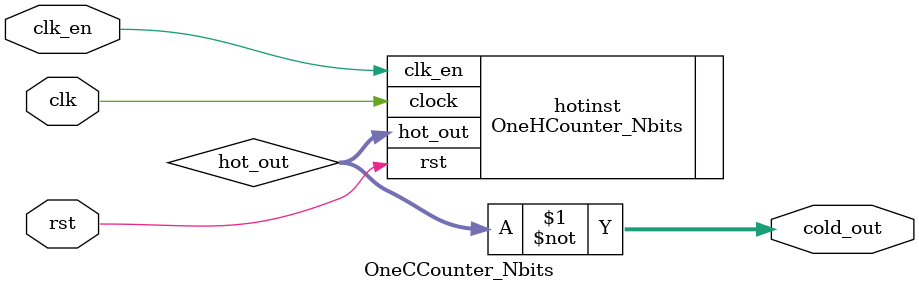
<source format=v>


module OneCCounter_Nbits(clk, clk_en, rst, cold_out);

	parameter N = 4;
	input clk, clk_en, rst;
	output [N-1:0] cold_out;
	wire [N-1:0] hot_out;
	
	assign cold_out = ~hot_out;
	
	OneHCounter_Nbits #(.N(N)) hotinst (.clock(clk), .clk_en(clk_en), .rst(rst), .hot_out(hot_out));
	//onehot_inst(.clk(clk), .clk(clk_en), .rst(rst), .hot_out(hot_out));
endmodule

</source>
